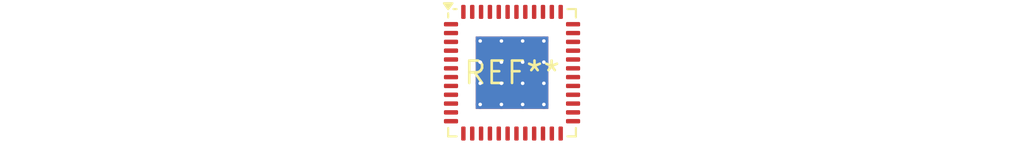
<source format=kicad_pcb>
(kicad_pcb (version 20240108) (generator pcbnew)
  (layers (0 "F.Cu" signal) (31 "B.Cu" signal) (34 "B.Paste" user) (35 "F.Paste" user) (36 "B.SilkS" user "B.Silkscreen") (37 "F.SilkS" user "F.Silkscreen") (38 "B.Mask" user) (39 "F.Mask" user) (44 "Edge.Cuts" user))
  (net 0 "")
  (footprint "LFCSP-48-1EP_7x7mm_P0.5mm_EP4.1x4.1mm_ThermalVias" (layer "F.Cu") (at 0 0)
    (property "Reference" "REF**")
    (property "Value" "LFCSP-48-1EP_7x7mm_P0.5mm_EP4.1x4.1mm_ThermalVias")
    (fp_line (start -3.61 -3.135) (end -3.61 -3.37) (layer "F.SilkS") (stroke (width 0.12)))
    (fp_line (start -3.61 3.61) (end -3.61 3.135) (layer "F.SilkS") (stroke (width 0.12)))
    (fp_line (start -3.135 -3.61) (end -3.31 -3.61) (layer "F.SilkS") (stroke (width 0.12)))
    (fp_line (start -3.135 3.61) (end -3.61 3.61) (layer "F.SilkS") (stroke (width 0.12)))
    (fp_line (start 3.135 -3.61) (end 3.61 -3.61) (layer "F.SilkS") (stroke (width 0.12)))
    (fp_line (start 3.135 3.61) (end 3.61 3.61) (layer "F.SilkS") (stroke (width 0.12)))
    (fp_line (start 3.61 -3.61) (end 3.61 -3.135) (layer "F.SilkS") (stroke (width 0.12)))
    (fp_line (start 3.61 3.61) (end 3.61 3.135) (layer "F.SilkS") (stroke (width 0.12)))
    (fp_poly (pts (xy -3.61 -3.61) (xy -3.85 -3.94) (xy -3.37 -3.94) (xy -3.61 -3.61)) (layer "F.SilkS") (stroke (width 0.12)) (fill solid))
    (pad "1" smd roundrect (at -3.45 -2.75) (size 0.8 0.25) (layers "F.Cu" "F.Paste" "F.Mask"))
    (pad "2" smd roundrect (at -3.45 -2.25) (size 0.8 0.25) (layers "F.Cu" "F.Paste" "F.Mask"))
    (pad "3" smd roundrect (at -3.45 -1.75) (size 0.8 0.25) (layers "F.Cu" "F.Paste" "F.Mask"))
    (pad "4" smd roundrect (at -3.45 -1.25) (size 0.8 0.25) (layers "F.Cu" "F.Paste" "F.Mask"))
    (pad "5" smd roundrect (at -3.45 -0.75) (size 0.8 0.25) (layers "F.Cu" "F.Paste" "F.Mask"))
    (pad "6" smd roundrect (at -3.45 -0.25) (size 0.8 0.25) (layers "F.Cu" "F.Paste" "F.Mask"))
    (pad "7" smd roundrect (at -3.45 0.25) (size 0.8 0.25) (layers "F.Cu" "F.Paste" "F.Mask"))
    (pad "8" smd roundrect (at -3.45 0.75) (size 0.8 0.25) (layers "F.Cu" "F.Paste" "F.Mask"))
    (pad "9" smd roundrect (at -3.45 1.25) (size 0.8 0.25) (layers "F.Cu" "F.Paste" "F.Mask"))
    (pad "10" smd roundrect (at -3.45 1.75) (size 0.8 0.25) (layers "F.Cu" "F.Paste" "F.Mask"))
    (pad "11" smd roundrect (at -3.45 2.25) (size 0.8 0.25) (layers "F.Cu" "F.Paste" "F.Mask"))
    (pad "12" smd roundrect (at -3.45 2.75) (size 0.8 0.25) (layers "F.Cu" "F.Paste" "F.Mask"))
    (pad "13" smd roundrect (at -2.75 3.45) (size 0.25 0.8) (layers "F.Cu" "F.Paste" "F.Mask"))
    (pad "14" smd roundrect (at -2.25 3.45) (size 0.25 0.8) (layers "F.Cu" "F.Paste" "F.Mask"))
    (pad "15" smd roundrect (at -1.75 3.45) (size 0.25 0.8) (layers "F.Cu" "F.Paste" "F.Mask"))
    (pad "16" smd roundrect (at -1.25 3.45) (size 0.25 0.8) (layers "F.Cu" "F.Paste" "F.Mask"))
    (pad "17" smd roundrect (at -0.75 3.45) (size 0.25 0.8) (layers "F.Cu" "F.Paste" "F.Mask"))
    (pad "18" smd roundrect (at -0.25 3.45) (size 0.25 0.8) (layers "F.Cu" "F.Paste" "F.Mask"))
    (pad "19" smd roundrect (at 0.25 3.45) (size 0.25 0.8) (layers "F.Cu" "F.Paste" "F.Mask"))
    (pad "20" smd roundrect (at 0.75 3.45) (size 0.25 0.8) (layers "F.Cu" "F.Paste" "F.Mask"))
    (pad "21" smd roundrect (at 1.25 3.45) (size 0.25 0.8) (layers "F.Cu" "F.Paste" "F.Mask"))
    (pad "22" smd roundrect (at 1.75 3.45) (size 0.25 0.8) (layers "F.Cu" "F.Paste" "F.Mask"))
    (pad "23" smd roundrect (at 2.25 3.45) (size 0.25 0.8) (layers "F.Cu" "F.Paste" "F.Mask"))
    (pad "24" smd roundrect (at 2.75 3.45) (size 0.25 0.8) (layers "F.Cu" "F.Paste" "F.Mask"))
    (pad "25" smd roundrect (at 3.45 2.75) (size 0.8 0.25) (layers "F.Cu" "F.Paste" "F.Mask"))
    (pad "26" smd roundrect (at 3.45 2.25) (size 0.8 0.25) (layers "F.Cu" "F.Paste" "F.Mask"))
    (pad "27" smd roundrect (at 3.45 1.75) (size 0.8 0.25) (layers "F.Cu" "F.Paste" "F.Mask"))
    (pad "28" smd roundrect (at 3.45 1.25) (size 0.8 0.25) (layers "F.Cu" "F.Paste" "F.Mask"))
    (pad "29" smd roundrect (at 3.45 0.75) (size 0.8 0.25) (layers "F.Cu" "F.Paste" "F.Mask"))
    (pad "30" smd roundrect (at 3.45 0.25) (size 0.8 0.25) (layers "F.Cu" "F.Paste" "F.Mask"))
    (pad "31" smd roundrect (at 3.45 -0.25) (size 0.8 0.25) (layers "F.Cu" "F.Paste" "F.Mask"))
    (pad "32" smd roundrect (at 3.45 -0.75) (size 0.8 0.25) (layers "F.Cu" "F.Paste" "F.Mask"))
    (pad "33" smd roundrect (at 3.45 -1.25) (size 0.8 0.25) (layers "F.Cu" "F.Paste" "F.Mask"))
    (pad "34" smd roundrect (at 3.45 -1.75) (size 0.8 0.25) (layers "F.Cu" "F.Paste" "F.Mask"))
    (pad "35" smd roundrect (at 3.45 -2.25) (size 0.8 0.25) (layers "F.Cu" "F.Paste" "F.Mask"))
    (pad "36" smd roundrect (at 3.45 -2.75) (size 0.8 0.25) (layers "F.Cu" "F.Paste" "F.Mask"))
    (pad "37" smd roundrect (at 2.75 -3.45) (size 0.25 0.8) (layers "F.Cu" "F.Paste" "F.Mask"))
    (pad "38" smd roundrect (at 2.25 -3.45) (size 0.25 0.8) (layers "F.Cu" "F.Paste" "F.Mask"))
    (pad "39" smd roundrect (at 1.75 -3.45) (size 0.25 0.8) (layers "F.Cu" "F.Paste" "F.Mask"))
    (pad "40" smd roundrect (at 1.25 -3.45) (size 0.25 0.8) (layers "F.Cu" "F.Paste" "F.Mask"))
    (pad "41" smd roundrect (at 0.75 -3.45) (size 0.25 0.8) (layers "F.Cu" "F.Paste" "F.Mask"))
    (pad "42" smd roundrect (at 0.25 -3.45) (size 0.25 0.8) (layers "F.Cu" "F.Paste" "F.Mask"))
    (pad "43" smd roundrect (at -0.25 -3.45) (size 0.25 0.8) (layers "F.Cu" "F.Paste" "F.Mask"))
    (pad "44" smd roundrect (at -0.75 -3.45) (size 0.25 0.8) (layers "F.Cu" "F.Paste" "F.Mask"))
    (pad "45" smd roundrect (at -1.25 -3.45) (size 0.25 0.8) (layers "F.Cu" "F.Paste" "F.Mask"))
    (pad "46" smd roundrect (at -1.75 -3.45) (size 0.25 0.8) (layers "F.Cu" "F.Paste" "F.Mask"))
    (pad "47" smd roundrect (at -2.25 -3.45) (size 0.25 0.8) (layers "F.Cu" "F.Paste" "F.Mask"))
    (pad "48" smd roundrect (at -2.75 -3.45) (size 0.25 0.8) (layers "F.Cu" "F.Paste" "F.Mask"))
    (pad "49" thru_hole circle (at -1.8 -1.8) (size 0.5 0.5) (drill 0.2) (property pad_prop_heatsink) (layers *.Cu) (remove_unused_layers))
    (pad "49" thru_hole circle (at -1.8 -0.6) (size 0.5 0.5) (drill 0.2) (property pad_prop_heatsink) (layers *.Cu) (remove_unused_layers))
    (pad "49" thru_hole circle (at -1.8 0.6) (size 0.5 0.5) (drill 0.2) (property pad_prop_heatsink) (layers *.Cu) (remove_unused_layers))
    (pad "49" thru_hole circle (at -1.8 1.8) (size 0.5 0.5) (drill 0.2) (property pad_prop_heatsink) (layers *.Cu) (remove_unused_layers))
    (pad "49" thru_hole circle (at -0.6 -1.8) (size 0.5 0.5) (drill 0.2) (property pad_prop_heatsink) (layers *.Cu) (remove_unused_layers))
    (pad "49" thru_hole circle (at -0.6 -0.6) (size 0.5 0.5) (drill 0.2) (property pad_prop_heatsink) (layers *.Cu) (remove_unused_layers))
    (pad "49" thru_hole circle (at -0.6 0.6) (size 0.5 0.5) (drill 0.2) (property pad_prop_heatsink) (layers *.Cu) (remove_unused_layers))
    (pad "49" thru_hole circle (at -0.6 1.8) (size 0.5 0.5) (drill 0.2) (property pad_prop_heatsink) (layers *.Cu) (remove_unused_layers))
    (pad "49" smd rect (at 0 0) (size 4.1 4.1) (property pad_prop_heatsink) (layers "F.Cu" "F.Mask"))
    (pad "49" smd rect (at 0 0) (size 4.1 4.1) (property pad_prop_heatsink) (layers "B.Cu"))
    (pad "49" thru_hole circle (at 0.6 -1.8) (size 0.5 0.5) (drill 0.2) (property pad_prop_heatsink) (layers *.Cu) (remove_unused_layers))
    (pad "49" thru_hole circle (at 0.6 -0.6) (size 0.5 0.5) (drill 0.2) (property pad_prop_heatsink) (layers *.Cu) (remove_unused_layers))
    (pad "49" thru_hole circle (at 0.6 0.6) (size 0.5 0.5) (drill 0.2) (property pad_prop_heatsink) (layers *.Cu) (remove_unused_layers))
    (pad "49" thru_hole circle (at 0.6 1.8) (size 0.5 0.5) (drill 0.2) (property pad_prop_heatsink) (layers *.Cu) (remove_unused_layers))
    (pad "49" thru_hole circle (at 1.8 -1.8) (size 0.5 0.5) (drill 0.2) (property pad_prop_heatsink) (layers *.Cu) (remove_unused_layers))
    (pad "49" thru_hole circle (at 1.8 -0.6) (size 0.5 0.5) (drill 0.2) (property pad_prop_heatsink) (layers *.Cu) (remove_unused_layers))
    (pad "49" thru_hole circle (at 1.8 0.6) (size 0.5 0.5) (drill 0.2) (property pad_prop_heatsink) (layers *.Cu) (remove_unused_layers))
    (pad "49" thru_hole circle (at 1.8 1.8) (size 0.5 0.5) (drill 0.2) (property pad_prop_heatsink) (layers *.Cu) (remove_unused_layers))
  )
)
</source>
